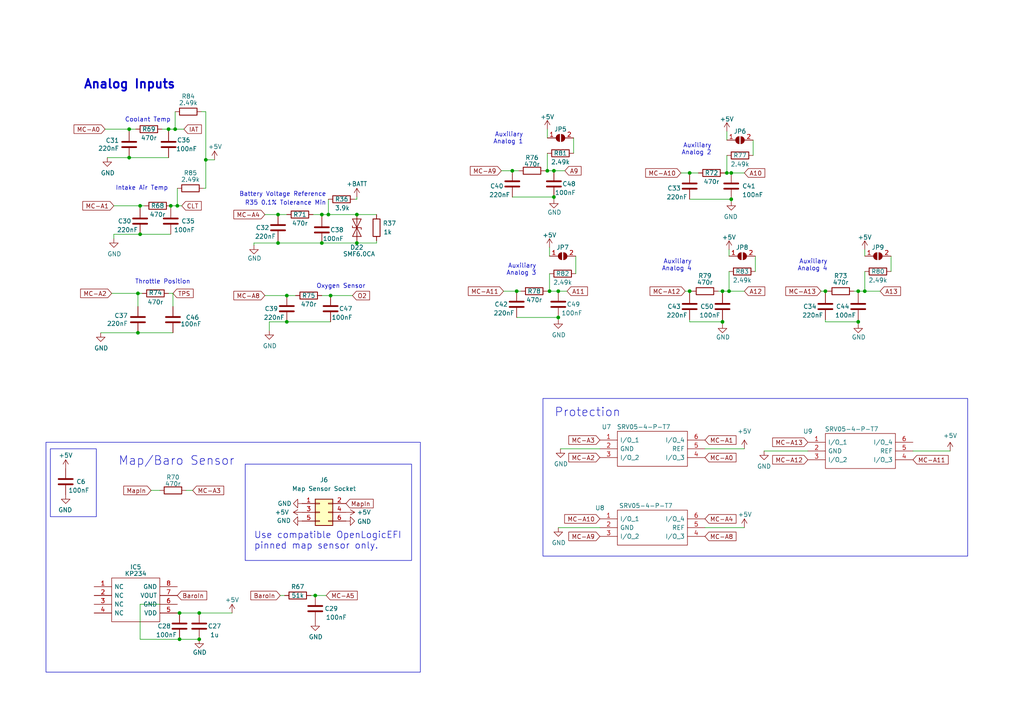
<source format=kicad_sch>
(kicad_sch (version 20231120) (generator "eeschema") (generator_version "8.0")
  (paper "A4")
  (title_block (title "Closed Deck X4") (date "2024-04-25") (rev "A") (company "OpenLogicEFI") (comment 1 "openlogicefi.com"))
  (lib_symbols
    (symbol "Connector_Generic:Conn_02x03_Odd_Even" (pin_names (offset 1.016) hide)
      (property "Reference" "J" (at 1.27 5.08 0))
      (property "Value" "Conn_02x03_Odd_Even" (at 1.27 -5.08 0))
      (symbol "Conn_02x03_Odd_Even_1_1"
        (rectangle (start -1.27 -2.413) (end 0 -2.667) (stroke (width 0.1524)))
        (rectangle (start -1.27 0.127) (end 0 -0.127) (stroke (width 0.1524)))
        (rectangle (start -1.27 2.667) (end 0 2.413) (stroke (width 0.1524)))
        (rectangle (start -1.27 3.81) (end 3.81 -3.81) (stroke (width 0.254)) (fill (type background)))
        (rectangle (start 3.81 -2.413) (end 2.54 -2.667) (stroke (width 0.1524)))
        (rectangle (start 3.81 0.127) (end 2.54 -0.127) (stroke (width 0.1524)))
        (rectangle (start 3.81 2.667) (end 2.54 2.413) (stroke (width 0.1524)))
        (pin passive line (at -5.08 2.54 0) (length 3.81) (name "Pin_1") (number "1"))
        (pin passive line (at 7.62 2.54 180) (length 3.81) (name "Pin_2") (number "2"))
        (pin passive line (at -5.08 0 0) (length 3.81) (name "Pin_3") (number "3"))
        (pin passive line (at 7.62 0 180) (length 3.81) (name "Pin_4") (number "4"))
        (pin passive line (at -5.08 -2.54 0) (length 3.81) (name "Pin_5") (number "5"))
        (pin passive line (at 7.62 -2.54 180) (length 3.81) (name "Pin_6") (number "6"))
      )
    )
    (symbol "Detonation:KP234" (pin_names (offset 0.762))
      (property "Reference" "IC4" (at 12.065 -13.97 0))
      (property "Value" "KP234" (at 12.065 -11.43 0))
      (symbol "KP234_0_0"
        (pin passive line (at 0 0 0) (length 5.08) (name "NC") (number "1"))
        (pin passive line (at 0 -2.54 0) (length 5.08) (name "NC") (number "2"))
        (pin passive line (at 0 -5.08 0) (length 5.08) (name "NC") (number "3"))
        (pin passive line (at 0 -7.62 0) (length 5.08) (name "NC") (number "4"))
        (pin passive line (at 24.13 -7.62 180) (length 5.08) (name "VDD") (number "5"))
        (pin passive line (at 24.13 -5.08 180) (length 5.08) (name "GND") (number "6"))
        (pin passive line (at 24.13 -2.54 180) (length 5.08) (name "VOUT") (number "7"))
        (pin passive line (at 24.13 0 180) (length 5.08) (name "GND") (number "8"))
      )
      (symbol "KP234_0_1"
        (polyline (pts (xy 5.08 2.54) (xy 19.05 2.54) (xy 19.05 -10.16) (xy 5.08 -10.16) (xy 5.08 2.54)) (stroke (width 0.1524)))
      )
    )
    (symbol "Device:C" (pin_numbers hide) (pin_names (offset 0.254))
      (property "Reference" "C" (at 0.635 2.54 0))
      (property "Value" "C" (at 0.635 -2.54 0))
      (symbol "C_0_1"
        (polyline (pts (xy -2.032 -0.762) (xy 2.032 -0.762)) (stroke (width 0.508)))
        (polyline (pts (xy -2.032 0.762) (xy 2.032 0.762)) (stroke (width 0.508)))
      )
      (symbol "C_1_1"
        (pin passive line (at 0 3.81 270) (length 2.794) (name "~") (number "1"))
        (pin passive line (at 0 -3.81 90) (length 2.794) (name "~") (number "2"))
      )
    )
    (symbol "Device:R" (pin_numbers hide) (pin_names (offset 0))
      (property "Reference" "R" (at 2.032 0 90))
      (property "Value" "R" (at 0 0 90))
      (symbol "R_0_1"
        (rectangle (start -1.016 -2.54) (end 1.016 2.54) (stroke (width 0.254)))
      )
      (symbol "R_1_1"
        (pin passive line (at 0 3.81 270) (length 1.27) (name "~") (number "1"))
        (pin passive line (at 0 -3.81 90) (length 1.27) (name "~") (number "2"))
      )
    )
    (symbol "Diode:SMAJ6.5CA" (pin_numbers hide) (pin_names (offset 1.016) hide)
      (property "Reference" "D" (at 0 2.54 0))
      (property "Value" "SMAJ6.5CA" (at 0 -2.54 0))
      (symbol "SMAJ6.5CA_0_1"
        (polyline (pts (xy 1.27 0) (xy -1.27 0)))
        (polyline (pts (xy -2.54 -1.27) (xy 0 0) (xy -2.54 1.27) (xy -2.54 -1.27)) (stroke (width 0.2032)))
        (polyline (pts (xy 0.508 1.27) (xy 0 1.27) (xy 0 -1.27) (xy -0.508 -1.27)) (stroke (width 0.2032)))
        (polyline (pts (xy 2.54 1.27) (xy 2.54 -1.27) (xy 0 0) (xy 2.54 1.27)) (stroke (width 0.2032)))
      )
      (symbol "SMAJ6.5CA_1_1"
        (pin passive line (at -3.81 0 0) (length 2.54) (name "A1") (number "1"))
        (pin passive line (at 3.81 0 180) (length 2.54) (name "A2") (number "2"))
      )
    )
    (symbol "Jumper:SolderJumper_2_Open" (pin_names (offset 0) hide)
      (property "Reference" "JP" (at 0 2.032 0))
      (property "Value" "SolderJumper_2_Open" (at 0 -2.54 0))
      (symbol "SolderJumper_2_Open_0_1"
        (arc (start -0.254 1.016) (mid -1.2656 0) (end -0.254 -1.016))
        (arc (start -0.254 1.016) (mid -1.2656 0) (end -0.254 -1.016) (fill (type outline)))
        (polyline (pts (xy -0.254 1.016) (xy -0.254 -1.016)))
        (polyline (pts (xy 0.254 1.016) (xy 0.254 -1.016)))
        (arc (start 0.254 -1.016) (mid 1.2656 0) (end 0.254 1.016))
        (arc (start 0.254 -1.016) (mid 1.2656 0) (end 0.254 1.016) (fill (type outline)))
      )
      (symbol "SolderJumper_2_Open_1_1"
        (pin passive line (at -3.81 0 0) (length 2.54) (name "A") (number "1"))
        (pin passive line (at 3.81 0 180) (length 2.54) (name "B") (number "2"))
      )
    )
    (symbol "Pre_Ignition-rescue:SRV05-4-P-T7-SRV05-4-P-T7-Pre_Ignition-rescue-Pre_Ignition-rescue-Pre_Ignition-rescue" (pin_names (offset 0.762))
      (property "Reference" "IC" (at 26.67 7.62 0))
      (property "Value" "SRV05-4-P-T7-SRV05-4-P-T7-Pre_Ignition-rescue-Pre_Ignition-rescue-Pre_Ignition-rescue" (at 26.67 5.08 0))
      (symbol "SRV05-4-P-T7-SRV05-4-P-T7-Pre_Ignition-rescue-Pre_Ignition-rescue-Pre_Ignition-rescue_0_0"
        (pin passive line (at 0 0 0) (length 5.08) (name "I/O_1") (number "1"))
        (pin passive line (at 0 -2.54 0) (length 5.08) (name "GND") (number "2"))
        (pin passive line (at 0 -5.08 0) (length 5.08) (name "I/O_2") (number "3"))
        (pin passive line (at 30.48 -5.08 180) (length 5.08) (name "I/O_3") (number "4"))
        (pin passive line (at 30.48 -2.54 180) (length 5.08) (name "REF") (number "5"))
        (pin passive line (at 30.48 0 180) (length 5.08) (name "I/O_4") (number "6"))
      )
      (symbol "SRV05-4-P-T7-SRV05-4-P-T7-Pre_Ignition-rescue-Pre_Ignition-rescue-Pre_Ignition-rescue_0_1"
        (polyline (pts (xy 5.08 2.54) (xy 25.4 2.54) (xy 25.4 -7.62) (xy 5.08 -7.62) (xy 5.08 2.54)) (stroke (width 0.1524)))
      )
    )
    (symbol "power:+5V" (power) (pin_names (offset 0))
      (property "Value" "+5V" (at 0 3.556 0))
      (symbol "+5V_0_1"
        (polyline (pts (xy -0.762 1.27) (xy 0 2.54)))
        (polyline (pts (xy 0 0) (xy 0 2.54)))
        (polyline (pts (xy 0 2.54) (xy 0.762 1.27)))
      )
      (symbol "+5V_1_1"
        (pin power_in line (at 0 0 90) (length 0) hide (name "+5V") (number "1"))
      )
    )
    (symbol "power:+BATT" (power) (pin_names (offset 0))
      (property "Value" "+BATT" (at 0 3.556 0))
      (symbol "+BATT_0_1"
        (polyline (pts (xy -0.762 1.27) (xy 0 2.54)))
        (polyline (pts (xy 0 0) (xy 0 2.54)))
        (polyline (pts (xy 0 2.54) (xy 0.762 1.27)))
      )
      (symbol "+BATT_1_1"
        (pin power_in line (at 0 0 90) (length 0) hide (name "+BATT") (number "1"))
      )
    )
    (symbol "power:GND" (power) (pin_names (offset 0))
      (property "Value" "GND" (at 0 -3.81 0))
      (symbol "GND_0_1"
        (polyline (pts (xy 0 0) (xy 0 -1.27) (xy 1.27 -1.27) (xy 0 -2.54) (xy -1.27 -1.27) (xy 0 -1.27)))
      )
      (symbol "GND_1_1"
        (pin power_in line (at 0 0 270) (length 0) hide (name "GND") (number "1"))
      )
    )
  )
  (junction (at 57.785 177.8))
  (junction (at 40.64 59.69))
  (junction (at 48.895 37.465))
  (junction (at 103.505 70.485))
  (junction (at 49.53 59.69))
  (junction (at 210.82 50.165))
  (junction (at 93.345 62.23))
  (junction (at 40.005 85.09))
  (junction (at 149.86 84.455))
  (junction (at 95.25 62.23))
  (junction (at 40.64 67.945))
  (junction (at 37.465 45.72))
  (junction (at 209.55 84.455))
  (junction (at 160.655 49.53))
  (junction (at 211.455 84.455))
  (junction (at 161.925 84.455))
  (junction (at 57.785 185.42))
  (junction (at 80.645 62.23))
  (junction (at 80.645 70.485))
  (junction (at 40.005 96.52))
  (junction (at 161.925 92.075))
  (junction (at 160.655 57.15))
  (junction (at 37.465 37.465))
  (junction (at 103.505 62.23))
  (junction (at 83.185 85.725))
  (junction (at 200.025 50.165))
  (junction (at 248.92 93.345))
  (junction (at 212.09 50.165))
  (junction (at 95.885 85.725))
  (junction (at 209.55 93.345))
  (junction (at 212.09 57.785))
  (junction (at 158.75 49.53))
  (junction (at 52.07 185.42))
  (junction (at 93.345 70.485))
  (junction (at 148.59 49.53))
  (junction (at 239.395 84.455))
  (junction (at 50.8 37.465))
  (junction (at 52.07 177.8))
  (junction (at 83.185 93.345))
  (junction (at 248.92 84.455))
  (junction (at 159.385 84.455))
  (junction (at 250.825 84.455))
  (junction (at 59.69 46.355))
  (junction (at 51.435 59.69))
  (junction (at 91.44 172.72))
  (junction (at 200.025 84.455))
  (wire (pts (xy 59.69 54.61) (xy 59.055 54.61)))
  (wire (pts (xy 59.69 46.355) (xy 59.69 54.61)))
  (wire (pts (xy 49.53 59.69) (xy 49.53 60.325)))
  (wire (pts (xy 209.55 85.09) (xy 209.55 84.455)))
  (wire (pts (xy 41.91 59.69) (xy 40.64 59.69)))
  (wire (pts (xy 37.465 37.465) (xy 30.48 37.465)))
  (wire (pts (xy 40.005 96.52) (xy 29.21 96.52)))
  (wire (pts (xy 50.165 96.52) (xy 40.005 96.52)))
  (wire (pts (xy 33.02 67.945) (xy 40.64 67.945)))
  (wire (pts (xy 166.37 40.005) (xy 166.37 44.45)))
  (wire (pts (xy 40.005 85.09) (xy 40.005 88.9)))
  (wire (pts (xy 55.88 142.24) (xy 53.975 142.24)))
  (wire (pts (xy 158.75 49.53) (xy 158.115 49.53)))
  (wire (pts (xy 43.815 142.24) (xy 46.355 142.24)))
  (wire (pts (xy 211.455 72.39) (xy 211.455 74.295)))
  (wire (pts (xy 212.09 50.165) (xy 210.82 50.165)))
  (wire (pts (xy 149.86 92.075) (xy 161.925 92.075)))
  (wire (pts (xy 40.005 85.09) (xy 32.385 85.09)))
  (wire (pts (xy 248.92 84.455) (xy 247.65 84.455)))
  (wire (pts (xy 250.825 78.74) (xy 250.825 84.455)))
  (wire (pts (xy 210.82 50.165) (xy 210.185 50.165)))
  (wire (pts (xy 163.83 49.53) (xy 160.655 49.53)))
  (wire (pts (xy 93.345 62.865) (xy 93.345 62.23)))
  (wire (pts (xy 31.115 45.72) (xy 37.465 45.72)))
  (wire (pts (xy 37.465 37.465) (xy 37.465 38.1)))
  (wire (pts (xy 103.505 57.785) (xy 102.87 57.785)))
  (wire (pts (xy 211.455 78.74) (xy 211.455 84.455)))
  (wire (pts (xy 93.345 62.23) (xy 90.805 62.23)))
  (wire (pts (xy 161.925 92.075) (xy 161.925 92.71)))
  (wire (pts (xy 103.505 69.85) (xy 103.505 70.485)))
  (wire (pts (xy 200.025 93.345) (xy 200.025 92.71)))
  (wire (pts (xy 221.615 130.81) (xy 234.315 130.81)))
  (wire (pts (xy 52.07 185.42) (xy 57.785 185.42)))
  (wire (pts (xy 159.385 79.375) (xy 159.385 84.455)))
  (wire (pts (xy 50.8 32.385) (xy 50.8 37.465)))
  (wire (pts (xy 158.75 44.45) (xy 158.75 49.53)))
  (wire (pts (xy 200.025 50.165) (xy 202.565 50.165)))
  (wire (pts (xy 51.435 54.61) (xy 51.435 59.69)))
  (wire (pts (xy 209.55 92.71) (xy 209.55 93.345)))
  (wire (pts (xy 239.395 84.455) (xy 238.125 84.455)))
  (wire (pts (xy 52.705 59.69) (xy 51.435 59.69)))
  (wire (pts (xy 40.64 59.69) (xy 33.02 59.69)))
  (wire (pts (xy 248.92 93.345) (xy 239.395 93.345)))
  (wire (pts (xy 40.64 185.42) (xy 52.07 185.42)))
  (wire (pts (xy 158.75 37.465) (xy 158.75 40.005)))
  (wire (pts (xy 148.59 57.15) (xy 160.655 57.15)))
  (wire (pts (xy 200.66 84.455) (xy 200.025 84.455)))
  (wire (pts (xy 146.05 84.455) (xy 149.86 84.455)))
  (wire (pts (xy 52.07 177.8) (xy 57.785 177.8)))
  (wire (pts (xy 91.44 172.72) (xy 94.615 172.72)))
  (wire (pts (xy 145.415 49.53) (xy 148.59 49.53)))
  (wire (pts (xy 250.825 72.39) (xy 250.825 74.295)))
  (wire (pts (xy 83.185 62.23) (xy 80.645 62.23)))
  (wire (pts (xy 85.725 85.725) (xy 83.185 85.725)))
  (wire (pts (xy 103.505 57.785) (xy 103.505 57.15)))
  (wire (pts (xy 160.655 57.15) (xy 160.655 57.785)))
  (wire (pts (xy 159.385 84.455) (xy 158.75 84.455)))
  (wire (pts (xy 212.09 57.785) (xy 212.09 58.42)))
  (wire (pts (xy 209.55 84.455) (xy 208.28 84.455)))
  (wire (pts (xy 81.28 172.72) (xy 82.55 172.72)))
  (wire (pts (xy 162.56 130.175) (xy 173.99 130.175)))
  (wire (pts (xy 73.66 70.485) (xy 73.66 71.12)))
  (wire (pts (xy 50.165 85.09) (xy 48.895 85.09)))
  (wire (pts (xy 250.825 84.455) (xy 255.27 84.455)))
  (wire (pts (xy 93.345 70.485) (xy 103.505 70.485)))
  (wire (pts (xy 239.395 93.345) (xy 239.395 92.71)))
  (wire (pts (xy 59.69 32.385) (xy 59.69 46.355)))
  (wire (pts (xy 51.435 175.26) (xy 40.64 175.26)))
  (wire (pts (xy 248.92 93.345) (xy 248.92 93.98)))
  (wire (pts (xy 200.025 84.455) (xy 198.755 84.455)))
  (wire (pts (xy 48.895 37.465) (xy 46.99 37.465)))
  (wire (pts (xy 164.465 84.455) (xy 161.925 84.455)))
  (wire (pts (xy 173.99 153.035) (xy 161.925 153.035)))
  (wire (pts (xy 80.645 62.23) (xy 76.835 62.23)))
  (wire (pts (xy 73.66 70.485) (xy 80.645 70.485)))
  (wire (pts (xy 210.82 45.085) (xy 210.82 50.165)))
  (wire (pts (xy 40.64 59.69) (xy 40.64 60.325)))
  (wire (pts (xy 200.025 57.785) (xy 212.09 57.785)))
  (wire (pts (xy 90.17 172.72) (xy 91.44 172.72)))
  (wire (pts (xy 102.235 85.725) (xy 95.885 85.725)))
  (wire (pts (xy 62.23 46.355) (xy 59.69 46.355)))
  (wire (pts (xy 211.455 84.455) (xy 215.9 84.455)))
  (wire (pts (xy 197.485 50.165) (xy 200.025 50.165)))
  (wire (pts (xy 103.505 70.485) (xy 109.22 70.485)))
  (wire (pts (xy 51.435 59.69) (xy 49.53 59.69)))
  (wire (pts (xy 215.9 130.175) (xy 204.47 130.175)))
  (wire (pts (xy 248.92 84.455) (xy 250.825 84.455)))
  (wire (pts (xy 204.47 153.035) (xy 215.9 153.035)))
  (wire (pts (xy 149.86 84.455) (xy 151.13 84.455)))
  (wire (pts (xy 161.925 84.455) (xy 159.385 84.455)))
  (wire (pts (xy 240.03 84.455) (xy 239.395 84.455)))
  (wire (pts (xy 239.395 85.09) (xy 239.395 84.455)))
  (wire (pts (xy 109.22 69.85) (xy 109.22 70.485)))
  (wire (pts (xy 49.53 67.945) (xy 40.64 67.945)))
  (wire (pts (xy 275.59 130.81) (xy 264.795 130.81)))
  (wire (pts (xy 200.025 85.09) (xy 200.025 84.455)))
  (wire (pts (xy 167.005 74.295) (xy 167.005 79.375)))
  (wire (pts (xy 209.55 93.345) (xy 209.55 93.98)))
  (wire (pts (xy 95.885 93.345) (xy 83.185 93.345)))
  (wire (pts (xy 83.185 93.345) (xy 78.105 93.345)))
  (wire (pts (xy 209.55 84.455) (xy 211.455 84.455)))
  (wire (pts (xy 51.435 177.8) (xy 52.07 177.8)))
  (wire (pts (xy 215.9 50.165) (xy 212.09 50.165)))
  (wire (pts (xy 210.82 38.1) (xy 210.82 40.64)))
  (wire (pts (xy 248.92 85.09) (xy 248.92 84.455)))
  (wire (pts (xy 41.275 85.09) (xy 40.005 85.09)))
  (wire (pts (xy 83.185 85.725) (xy 76.835 85.725)))
  (wire (pts (xy 159.385 71.755) (xy 159.385 74.295)))
  (wire (pts (xy 258.445 74.295) (xy 258.445 78.74)))
  (wire (pts (xy 93.345 62.23) (xy 95.25 62.23)))
  (wire (pts (xy 40.64 175.26) (xy 40.64 185.42)))
  (wire (pts (xy 39.37 37.465) (xy 37.465 37.465)))
  (wire (pts (xy 59.69 32.385) (xy 58.42 32.385)))
  (wire (pts (xy 95.885 85.725) (xy 93.345 85.725)))
  (wire (pts (xy 93.345 70.485) (xy 80.645 70.485)))
  (wire (pts (xy 218.44 40.64) (xy 218.44 45.085)))
  (wire (pts (xy 48.895 45.72) (xy 37.465 45.72)))
  (wire (pts (xy 57.785 177.8) (xy 67.31 177.8)))
  (wire (pts (xy 80.645 69.85) (xy 80.645 70.485)))
  (wire (pts (xy 103.505 62.23) (xy 109.22 62.23)))
  (wire (pts (xy 53.34 37.465) (xy 50.8 37.465)))
  (wire (pts (xy 50.8 37.465) (xy 48.895 37.465)))
  (wire (pts (xy 248.92 92.71) (xy 248.92 93.345)))
  (wire (pts (xy 48.895 37.465) (xy 48.895 38.1)))
  (wire (pts (xy 95.25 57.785) (xy 95.25 62.23)))
  (wire (pts (xy 209.55 93.345) (xy 200.025 93.345)))
  (wire (pts (xy 33.02 67.945) (xy 33.02 69.215)))
  (wire (pts (xy 95.25 62.23) (xy 103.505 62.23)))
  (wire (pts (xy 148.59 49.53) (xy 150.495 49.53)))
  (wire (pts (xy 50.165 85.09) (xy 50.165 88.9)))
  (wire (pts (xy 160.655 49.53) (xy 158.75 49.53)))
  (wire (pts (xy 219.075 74.295) (xy 219.075 78.74)))
  (wire (pts (xy 78.105 93.345) (xy 78.105 95.885)))
  (rectangle (start 13.335 128.27) (end 121.92 194.945))
  (rectangle (start 71.12 134.62) (end 119.38 162.56))
  (rectangle (start 157.48 115.57) (end 280.67 161.29))
  (rectangle (start 14.605 130.175) (end 27.94 149.86))
  (text "Analog Inputs" (at 24.13 26.035 0) (effects (font (size 2.54 2.54) (thickness 0.508) (bold yes)) (justify left bottom)))
  (text "Throttle Position" (at 55.245 82.55 0) (effects (font (size 1.27 1.27)) (justify right bottom)))
  (text "Auxiliary\nAnalog 2" (at 206.375 45.085 0) (effects (font (size 1.27 1.27)) (justify right bottom)))
  (text "Auxiliary\nAnalog 4" (at 200.66 78.74 0) (effects (font (size 1.27 1.27)) (justify right bottom)))
  (text "Auxiliary\nAnalog 1" (at 151.765 41.91 0) (effects (font (size 1.27 1.27)) (justify right bottom)))
  (text "R35 0.1% Tolerance Min" (at 94.615 59.69 0) (effects (font (size 1.27 1.27)) (justify right bottom)))
  (text "Oxygen Sensor" (at 106.045 83.82 0) (effects (font (size 1.27 1.27)) (justify right bottom)))
  (text "Map/Baro Sensor" (at 34.29 135.255 0) (effects (font (size 2.54 2.54)) (justify left bottom)))
  (text "Use compatible OpenLogicEFI \npinned map sensor only." (at 73.66 159.512 0) (effects (font (size 1.905 1.905)) (justify left bottom)))
  (text "Coolant Temp" (at 49.53 35.56 0) (effects (font (size 1.27 1.27)) (justify right bottom)))
  (text "Intake Air Temp" (at 48.768 55.372 0) (effects (font (size 1.27 1.27)) (justify right bottom)))
  (text "Battery Voltage Reference" (at 94.615 57.15 0) (effects (font (size 1.27 1.27)) (justify right bottom)))
  (text "Auxiliary\nAnalog 4" (at 240.03 78.74 0) (effects (font (size 1.27 1.27)) (justify right bottom)))
  (text "Protection" (at 160.782 121.158 0) (effects (font (size 2.4892 2.4892)) (justify left bottom)))
  (text "Auxiliary\nAnalog 3" (at 155.575 80.01 0) (effects (font (size 1.27 1.27)) (justify right bottom)))
  (global_label "MapIn" (shape input) (at 43.815 142.24 180) (property "Intersheetrefs" "${INTERSHEET_REFS}" (effects (hide yes))))
  (global_label "A11" (shape input) (at 164.465 84.455 0) (property "Intersheetrefs" "${INTERSHEET_REFS}" (effects (hide yes))))
  (global_label "A12" (shape input) (at 215.9 84.455 0) (property "Intersheetrefs" "${INTERSHEET_REFS}" (effects (hide yes))))
  (global_label "MC-A3" (shape input) (at 173.99 127.635 180) (property "Intersheetrefs" "${INTERSHEET_REFS}" (effects (hide yes))))
  (global_label "BaroIn" (shape input) (at 81.28 172.72 180) (property "Intersheetrefs" "${INTERSHEET_REFS}" (effects (hide yes))))
  (global_label "MC-A12" (shape input) (at 234.315 133.35 180) (property "Intersheetrefs" "${INTERSHEET_REFS}" (effects (hide yes))))
  (global_label "MC-A2" (shape input) (at 173.99 132.715 180) (property "Intersheetrefs" "${INTERSHEET_REFS}" (effects (hide yes))))
  (global_label "MC-A4" (shape input) (at 76.835 62.23 180) (property "Intersheetrefs" "${INTERSHEET_REFS}" (effects (hide yes))))
  (global_label "MC-A13" (shape input) (at 238.125 84.455 180) (property "Intersheetrefs" "${INTERSHEET_REFS}" (effects (hide yes))))
  (global_label "MC-A10" (shape input) (at 173.99 150.495 180) (property "Intersheetrefs" "${INTERSHEET_REFS}" (effects (hide yes))))
  (global_label "MC-A4" (shape input) (at 204.47 150.495 0) (property "Intersheetrefs" "${INTERSHEET_REFS}" (effects (hide yes))))
  (global_label "MC-A3" (shape input) (at 55.88 142.24 0) (property "Intersheetrefs" "${INTERSHEET_REFS}" (effects (hide yes))))
  (global_label "TPS" (shape input) (at 50.165 85.09 0) (property "Intersheetrefs" "${INTERSHEET_REFS}" (effects (hide yes))))
  (global_label "MC-A0" (shape input) (at 204.47 132.715 0) (property "Intersheetrefs" "${INTERSHEET_REFS}" (effects (hide yes))))
  (global_label "MC-A0" (shape input) (at 30.48 37.465 180) (property "Intersheetrefs" "${INTERSHEET_REFS}" (effects (hide yes))))
  (global_label "MapIn" (shape input) (at 100.33 146.05 0) (property "Intersheetrefs" "${INTERSHEET_REFS}" (effects (hide yes))))
  (global_label "MC-A2" (shape input) (at 32.385 85.09 180) (property "Intersheetrefs" "${INTERSHEET_REFS}" (effects (hide yes))))
  (global_label "A13" (shape input) (at 255.27 84.455 0) (property "Intersheetrefs" "${INTERSHEET_REFS}" (effects (hide yes))))
  (global_label "MC-A13" (shape input) (at 234.315 128.27 180) (property "Intersheetrefs" "${INTERSHEET_REFS}" (effects (hide yes))))
  (global_label "CLT" (shape input) (at 52.705 59.69 0) (property "Intersheetrefs" "${INTERSHEET_REFS}" (effects (hide yes))))
  (global_label "MC-A8" (shape input) (at 204.47 155.575 0) (property "Intersheetrefs" "${INTERSHEET_REFS}" (effects (hide yes))))
  (global_label "MC-A11" (shape input) (at 146.05 84.455 180) (property "Intersheetrefs" "${INTERSHEET_REFS}" (effects (hide yes))))
  (global_label "O2" (shape input) (at 102.235 85.725 0) (property "Intersheetrefs" "${INTERSHEET_REFS}" (effects (hide yes))))
  (global_label "MC-A5" (shape input) (at 94.615 172.72 0) (property "Intersheetrefs" "${INTERSHEET_REFS}" (effects (hide yes))))
  (global_label "MC-A12" (shape input) (at 198.755 84.455 180) (property "Intersheetrefs" "${INTERSHEET_REFS}" (effects (hide yes))))
  (global_label "BaroIn" (shape input) (at 51.435 172.72 0) (property "Intersheetrefs" "${INTERSHEET_REFS}" (effects (hide yes))))
  (global_label "MC-A8" (shape input) (at 76.835 85.725 180) (property "Intersheetrefs" "${INTERSHEET_REFS}" (effects (hide yes))))
  (global_label "A10" (shape input) (at 215.9 50.165 0) (property "Intersheetrefs" "${INTERSHEET_REFS}" (effects (hide yes))))
  (global_label "MC-A9" (shape input) (at 145.415 49.53 180) (property "Intersheetrefs" "${INTERSHEET_REFS}" (effects (hide yes))))
  (global_label "MC-A1" (shape input) (at 33.02 59.69 180) (property "Intersheetrefs" "${INTERSHEET_REFS}" (effects (hide yes))))
  (global_label "MC-A9" (shape input) (at 173.99 155.575 180) (property "Intersheetrefs" "${INTERSHEET_REFS}" (effects (hide yes))))
  (global_label "MC-A11" (shape input) (at 264.795 133.35 0) (property "Intersheetrefs" "${INTERSHEET_REFS}" (effects (hide yes))))
  (global_label "MC-A1" (shape input) (at 204.47 127.635 0) (property "Intersheetrefs" "${INTERSHEET_REFS}" (effects (hide yes))))
  (global_label "A9" (shape input) (at 163.83 49.53 0) (property "Intersheetrefs" "${INTERSHEET_REFS}" (effects (hide yes))))
  (global_label "IAT" (shape input) (at 53.34 37.465 0) (property "Intersheetrefs" "${INTERSHEET_REFS}" (effects (hide yes))))
  (global_label "MC-A10" (shape input) (at 197.485 50.165 180) (property "Intersheetrefs" "${INTERSHEET_REFS}" (effects (hide yes))))
  (symbol (lib_id "Device:R") (at 45.085 85.09 90) (mirror x) (unit 1)
    (property "Reference" "R74" (at 45.085 84.9122 90))
    (property "Value" "470r" (at 45.085 87.63 90))
    (property "Footprint" "Resistor_SMD:R_0402_1005Metric" (effects (hide yes)))
    (property "Description" "Resistor" (effects (hide yes)))
    (property "LCSC" "C25117" (effects (hide yes)))
    (property "Manufacture Part Number" "0402WGF4700TCE" (effects (hide yes)))
  )
  (symbol (lib_id "Device:C") (at 50.165 92.71 0) (mirror y) (unit 1)
    (property "Reference" "C46" (at 57.785 92.075 0) (effects (justify left)))
    (property "Value" "100nF" (at 58.42 93.98 0) (effects (justify left)))
    (property "Footprint" "Capacitor_SMD:C_0402_1005Metric" (effects (hide yes)))
    (property "Description" "Unpolarized capacitor" (effects (hide yes)))
    (property "LCSC" "C307331" (effects (hide yes)))
  )
  (symbol (lib_id "Device:C") (at 40.005 92.71 0) (mirror y) (unit 1)
    (property "Reference" "C37" (at 37.084 91.5416 0) (effects (justify left)))
    (property "Value" "220nF" (at 37.084 93.853 0) (effects (justify left)))
    (property "Footprint" "Capacitor_SMD:C_0402_1005Metric" (effects (hide yes)))
    (property "Description" "Unpolarized capacitor" (effects (hide yes)))
    (property "LCSC" "C16772" (effects (hide yes)))
  )
  (symbol (lib_id "power:GND") (at 29.21 96.52 0) (mirror y) (unit 1)
    (property "Reference" "#PWR0108" (effects (hide yes)))
    (property "Value" "GND" (at 27.305 100.965 0) (effects (justify right)))
  )
  (symbol (lib_id "Device:R") (at 89.535 85.725 90) (mirror x) (unit 1)
    (property "Reference" "R75" (at 89.535 85.725 90))
    (property "Value" "470r" (at 89.535 88.265 90))
    (property "Footprint" "Resistor_SMD:R_0402_1005Metric" (effects (hide yes)))
    (property "Description" "Resistor" (effects (hide yes)))
    (property "LCSC" "C25117" (effects (hide yes)))
    (property "Manufacture Part Number" "0402WGF4700TCE" (effects (hide yes)))
  )
  (symbol (lib_id "Device:C") (at 95.885 89.535 0) (mirror y) (unit 1)
    (property "Reference" "C47" (at 102.235 89.535 0) (effects (justify left)))
    (property "Value" "100nF" (at 102.235 92.075 0) (effects (justify left)))
    (property "Footprint" "Capacitor_SMD:C_0402_1005Metric" (effects (hide yes)))
    (property "Description" "Unpolarized capacitor" (effects (hide yes)))
    (property "LCSC" "C307331" (effects (hide yes)))
  )
  (symbol (lib_id "Device:C") (at 83.185 89.535 0) (mirror y) (unit 1)
    (property "Reference" "C39" (at 80.645 89.535 0) (effects (justify left)))
    (property "Value" "220nF" (at 82.55 92.075 0) (effects (justify left)))
    (property "Footprint" "Capacitor_SMD:C_0402_1005Metric" (effects (hide yes)))
    (property "Description" "Unpolarized capacitor" (effects (hide yes)))
    (property "LCSC" "C16772" (effects (hide yes)))
  )
  (symbol (lib_id "power:GND") (at 78.105 95.885 0) (mirror y) (unit 1)
    (property "Reference" "#PWR0109" (effects (hide yes)))
    (property "Value" "GND" (at 76.2 100.33 0) (effects (justify right)))
  )
  (symbol (lib_id "Device:R") (at 43.18 37.465 90) (mirror x) (unit 1)
    (property "Reference" "R69" (at 43.18 37.465 90))
    (property "Value" "470r" (at 43.18 40.005 90))
    (property "Footprint" "Resistor_SMD:R_0402_1005Metric" (effects (hide yes)))
    (property "Description" "Resistor" (effects (hide yes)))
    (property "LCSC" "C25117" (effects (hide yes)))
    (property "Manufacture Part Number" "0402WGF4700TCE" (effects (hide yes)))
  )
  (symbol (lib_id "Device:C") (at 48.895 41.91 0) (mirror y) (unit 1)
    (property "Reference" "C36" (at 55.245 40.64 0) (effects (justify left)))
    (property "Value" "100nF" (at 57.15 43.18 0) (effects (justify left)))
    (property "Footprint" "Capacitor_SMD:C_0402_1005Metric" (effects (hide yes)))
    (property "Description" "Unpolarized capacitor" (effects (hide yes)))
    (property "LCSC" "C307331" (effects (hide yes)))
  )
  (symbol (lib_id "Device:C") (at 37.465 41.91 0) (mirror y) (unit 1)
    (property "Reference" "C31" (at 34.544 40.7416 0) (effects (justify left)))
    (property "Value" "220nF" (at 34.544 43.053 0) (effects (justify left)))
    (property "Footprint" "Capacitor_SMD:C_0402_1005Metric" (effects (hide yes)))
    (property "Description" "Unpolarized capacitor" (effects (hide yes)))
    (property "LCSC" "C16772" (effects (hide yes)))
  )
  (symbol (lib_id "power:GND") (at 31.115 45.72 0) (mirror y) (unit 1)
    (property "Reference" "#PWR0102" (effects (hide yes)))
    (property "Value" "GND" (at 29.21 50.165 0) (effects (justify right)))
  )
  (symbol (lib_id "Device:R") (at 45.72 59.69 90) (mirror x) (unit 1)
    (property "Reference" "R68" (at 45.72 59.69 90))
    (property "Value" "470r" (at 45.72 62.23 90))
    (property "Footprint" "Resistor_SMD:R_0402_1005Metric" (effects (hide yes)))
    (property "Description" "Resistor" (effects (hide yes)))
    (property "LCSC" "C25117" (effects (hide yes)))
    (property "Manufacture Part Number" "0402WGF4700TCE" (effects (hide yes)))
  )
  (symbol (lib_id "Device:C") (at 49.53 64.135 0) (mirror y) (unit 1)
    (property "Reference" "C35" (at 56.515 64.135 0) (effects (justify left)))
    (property "Value" "100nF" (at 56.515 66.675 0) (effects (justify left)))
    (property "Footprint" "Capacitor_SMD:C_0402_1005Metric" (effects (hide yes)))
    (property "Description" "Unpolarized capacitor" (effects (hide yes)))
    (property "LCSC" "C307331" (effects (hide yes)))
  )
  (symbol (lib_id "Device:C") (at 40.64 64.135 0) (mirror y) (unit 1)
    (property "Reference" "C30" (at 38.1 64.135 0) (effects (justify left)))
    (property "Value" "220nF" (at 40.005 66.675 0) (effects (justify left)))
    (property "Footprint" "Capacitor_SMD:C_0402_1005Metric" (effects (hide yes)))
    (property "Description" "Unpolarized capacitor" (effects (hide yes)))
    (property "LCSC" "C16772" (effects (hide yes)))
  )
  (symbol (lib_id "power:GND") (at 33.02 69.215 0) (mirror y) (unit 1)
    (property "Reference" "#PWR0101" (effects (hide yes)))
    (property "Value" "GND" (at 31.115 73.66 0) (effects (justify right)))
  )
  (symbol (lib_id "Device:R") (at 154.305 49.53 90) (mirror x) (unit 1)
    (property "Reference" "R76" (at 154.305 45.72 90))
    (property "Value" "470r" (at 154.305 47.625 90))
    (property "Footprint" "Resistor_SMD:R_0402_1005Metric" (effects (hide yes)))
    (property "Description" "Resistor" (effects (hide yes)))
    (property "LCSC" "C25117" (effects (hide yes)))
    (property "Manufacture Part Number" "0402WGF4700TCE" (effects (hide yes)))
  )
  (symbol (lib_id "Device:C") (at 160.655 53.34 0) (mirror y) (unit 1)
    (property "Reference" "C48" (at 167.005 53.34 0) (effects (justify left)))
    (property "Value" "100nF" (at 167.005 55.88 0) (effects (justify left)))
    (property "Footprint" "Capacitor_SMD:C_0402_1005Metric" (effects (hide yes)))
    (property "Description" "Unpolarized capacitor" (effects (hide yes)))
    (property "LCSC" "C307331" (effects (hide yes)))
  )
  (symbol (lib_id "power:GND") (at 160.655 57.785 0) (mirror y) (unit 1)
    (property "Reference" "#PWR093" (effects (hide yes)))
    (property "Value" "GND" (at 158.75 61.595 0) (effects (justify right)))
  )
  (symbol (lib_id "Device:R") (at 206.375 50.165 90) (mirror x) (unit 1)
    (property "Reference" "R72" (at 206.375 50.165 90))
    (property "Value" "470r" (at 206.375 52.705 90))
    (property "Footprint" "Resistor_SMD:R_0402_1005Metric" (effects (hide yes)))
    (property "Description" "Resistor" (effects (hide yes)))
    (property "LCSC" "C25117" (effects (hide yes)))
    (property "Manufacture Part Number" "0402WGF4700TCE" (effects (hide yes)))
  )
  (symbol (lib_id "Device:C") (at 212.09 53.975 0) (unit 1)
    (property "Reference" "C41" (at 215.265 53.975 0) (effects (justify left)))
    (property "Value" "100nF" (at 215.265 56.515 0) (effects (justify left)))
    (property "Footprint" "Capacitor_SMD:C_0402_1005Metric" (effects (hide yes)))
    (property "Description" "Unpolarized capacitor" (effects (hide yes)))
    (property "LCSC" "C307331" (effects (hide yes)))
  )
  (symbol (lib_id "power:GND") (at 212.09 58.42 0) (unit 1)
    (property "Reference" "#PWR092" (effects (hide yes)))
    (property "Value" "GND" (at 213.995 62.865 0) (effects (justify right)))
  )
  (symbol (lib_id "power:GND") (at 73.66 71.12 0) (mirror y) (unit 1)
    (property "Reference" "#PWR077" (effects (hide yes)))
    (property "Value" "GND" (at 71.755 74.93 0) (effects (justify right)))
  )
  (symbol (lib_id "Device:C") (at 80.645 66.04 0) (mirror y) (unit 1)
    (property "Reference" "C32" (at 78.105 66.04 0) (effects (justify left)))
    (property "Value" "220nF" (at 80.01 68.58 0) (effects (justify left)))
    (property "Footprint" "Capacitor_SMD:C_0402_1005Metric" (effects (hide yes)))
    (property "Description" "Unpolarized capacitor" (effects (hide yes)))
    (property "LCSC" "C16772" (effects (hide yes)))
  )
  (symbol (lib_id "Device:C") (at 93.345 66.675 0) (mirror y) (unit 1)
    (property "Reference" "C38" (at 99.695 66.675 0) (effects (justify left)))
    (property "Value" "100nF" (at 99.695 69.215 0) (effects (justify left)))
    (property "Footprint" "Capacitor_SMD:C_0402_1005Metric" (effects (hide yes)))
    (property "Description" "Unpolarized capacitor" (effects (hide yes)))
    (property "LCSC" "C307331" (effects (hide yes)))
  )
  (symbol (lib_id "Device:R") (at 86.995 62.23 90) (mirror x) (unit 1)
    (property "Reference" "R71" (at 86.995 62.23 90))
    (property "Value" "470r" (at 86.995 64.77 90))
    (property "Footprint" "Resistor_SMD:R_0402_1005Metric" (effects (hide yes)))
    (property "Description" "Resistor" (effects (hide yes)))
    (property "LCSC" "C25117" (effects (hide yes)))
    (property "Manufacture Part Number" "0402WGF4700TCE" (effects (hide yes)))
  )
  (symbol (lib_id "Device:R") (at 99.06 57.785 90) (mirror x) (unit 1)
    (property "Reference" "R36" (at 97.155 57.785 90) (effects (justify right)))
    (property "Value" "3.9k" (at 97.155 60.325 90) (effects (justify right)))
    (property "Footprint" "Resistor_SMD:R_0603_1608Metric" (effects (hide yes)))
    (property "Description" "Resistor" (effects (hide yes)))
    (property "LCSC" "C23018" (effects (hide yes)))
    (property "Manufacture Part Number" "0603WAF3901T5E" (effects (hide yes)))
  )
  (symbol (lib_id "Device:R") (at 109.22 66.04 0) (mirror x) (unit 1)
    (property "Reference" "R37" (at 114.935 64.77 0) (effects (justify right)))
    (property "Value" "1k" (at 113.665 67.31 0) (effects (justify right)))
    (property "Footprint" "Resistor_SMD:R_0402_1005Metric" (effects (hide yes)))
    (property "Description" "Resistor" (effects (hide yes)))
    (property "LCSC" "C11702" (effects (hide yes)))
    (property "Manufacture Part Number" "0402WGF1001TCE" (effects (hide yes)))
  )
  (symbol (lib_id "power:+BATT") (at 103.505 57.15 0) (mirror y) (unit 1)
    (property "Reference" "#PWR074" (effects (hide yes)))
    (property "Value" "+BATT" (at 103.505 53.34 0))
  )
  (symbol (lib_id "Pre_Ignition-rescue:SRV05-4-P-T7-SRV05-4-P-T7-Pre_Ignition-rescue-Pre_Ignition-rescue-Pre_Ignition-rescue") (at 173.99 127.635 0) (unit 1)
    (property "Reference" "U7" (at 175.895 123.825 0))
    (property "Value" "SRV05-4-P-T7" (at 186.69 123.825 0))
    (property "Footprint" "Package_TO_SOT_SMD:SOT-23-6" (effects (hide yes)))
    (property "LCSC" "C85364" (effects (hide yes)))
  )
  (symbol (lib_id "Pre_Ignition-rescue:SRV05-4-P-T7-SRV05-4-P-T7-Pre_Ignition-rescue-Pre_Ignition-rescue-Pre_Ignition-rescue") (at 173.99 150.495 0) (unit 1)
    (property "Reference" "U8" (at 173.99 147.32 0))
    (property "Value" "SRV05-4-P-T7" (at 187.325 146.685 0))
    (property "Footprint" "Package_TO_SOT_SMD:SOT-23-6" (effects (hide yes)))
    (property "LCSC" "C85364" (effects (hide yes)))
  )
  (symbol (lib_id "power:GND") (at 162.56 130.175 0) (unit 1)
    (property "Reference" "#PWR096" (effects (hide yes)))
    (property "Value" "GND" (at 162.687 134.5692 0))
  )
  (symbol (lib_id "power:GND") (at 161.925 153.035 0) (unit 1)
    (property "Reference" "#PWR097" (effects (hide yes)))
    (property "Value" "GND" (at 162.052 157.4292 0))
  )
  (symbol (lib_id "Device:C") (at 148.59 53.34 0) (mirror y) (unit 1)
    (property "Reference" "C40" (at 146.05 53.975 0) (effects (justify left)))
    (property "Value" "220nF" (at 147.955 56.515 0) (effects (justify left)))
    (property "Footprint" "Capacitor_SMD:C_0402_1005Metric" (effects (hide yes)))
    (property "Description" "Unpolarized capacitor" (effects (hide yes)))
    (property "LCSC" "C16772" (effects (hide yes)))
  )
  (symbol (lib_id "power:GND") (at 87.63 151.13 270) (mirror x) (unit 1)
    (property "Reference" "#PWR019" (effects (hide yes)))
    (property "Value" "GND" (at 84.3788 151.003 90) (effects (justify right)))
  )
  (symbol (lib_id "Device:R") (at 254.635 78.74 270) (mirror x) (unit 1)
    (property "Reference" "R80" (at 254.635 78.74 90))
    (property "Value" "2.49k" (at 254.635 81.28 90))
    (property "Footprint" "Resistor_SMD:R_0402_1005Metric" (effects (hide yes)))
    (property "Description" "Resistor" (effects (hide yes)))
    (property "LCSC" "C145071" (effects (hide yes)))
    (property "Manufacture Part Number" "RC0402FR-072K49L" (effects (hide yes)))
  )
  (symbol (lib_id "power:+5V") (at 215.9 153.035 0) (unit 1)
    (property "Reference" "#PWR0100" (effects (hide yes)))
    (property "Value" "+5V" (at 213.995 149.225 0) (effects (justify left)))
  )
  (symbol (lib_id "Device:R") (at 204.47 84.455 90) (mirror x) (unit 1)
    (property "Reference" "R79" (at 204.47 80.01 90))
    (property "Value" "470r" (at 204.47 81.915 90))
    (property "Footprint" "Resistor_SMD:R_0402_1005Metric" (effects (hide yes)))
    (property "Description" "Resistor" (effects (hide yes)))
    (property "LCSC" "C25117" (effects (hide yes)))
    (property "Manufacture Part Number" "0402WGF4700TCE" (effects (hide yes)))
  )
  (symbol (lib_id "Device:R") (at 243.84 84.455 90) (mirror x) (unit 1)
    (property "Reference" "R73" (at 243.84 80.01 90))
    (property "Value" "470r" (at 243.84 81.915 90))
    (property "Footprint" "Resistor_SMD:R_0402_1005Metric" (effects (hide yes)))
    (property "Description" "Resistor" (effects (hide yes)))
    (property "LCSC" "C25117" (effects (hide yes)))
    (property "Manufacture Part Number" "0402WGF4700TCE" (effects (hide yes)))
  )
  (symbol (lib_id "power:+5V") (at 158.75 37.465 0) (mirror y) (unit 1)
    (property "Reference" "#PWR0103" (effects (hide yes)))
    (property "Value" "+5V" (at 160.782 33.909 0) (effects (justify left)))
  )
  (symbol (lib_id "power:+5V") (at 215.9 130.175 0) (unit 1)
    (property "Reference" "#PWR099" (effects (hide yes)))
    (property "Value" "+5V" (at 215.9 125.095 0))
  )
  (symbol (lib_id "power:GND") (at 100.33 151.13 90) (mirror x) (unit 1)
    (property "Reference" "#PWR0154" (effects (hide yes)))
    (property "Value" "GND" (at 103.5812 151.257 90) (effects (justify right)))
  )
  (symbol (lib_id "power:GND") (at 209.55 93.98 0) (mirror y) (unit 1)
    (property "Reference" "#PWR017" (effects (hide yes)))
    (property "Value" "GND" (at 207.645 97.79 0) (effects (justify right)))
  )
  (symbol (lib_id "Diode:SMAJ6.5CA") (at 103.505 66.04 270) (unit 1)
    (property "Reference" "D22" (at 103.505 71.755 90))
    (property "Value" "SMF6.0CA" (at 104.14 73.66 90))
    (property "Footprint" "Diode_SMD:D_SOD-123F" (effects (hide yes)))
    (property "Description" "400W bidirectional Transient Voltage Suppressor, 6.5Vr, SMA(DO-214AC)" (effects (hide yes)))
    (property "LCSC" "C2990473" (effects (hide yes)))
  )
  (symbol (lib_id "Device:C") (at 91.44 176.53 0) (mirror y) (unit 1)
    (property "Reference" "C29" (at 98.044 176.53 0) (effects (justify left)))
    (property "Value" "100nF" (at 100.584 179.07 0) (effects (justify left)))
    (property "Footprint" "Capacitor_SMD:C_0402_1005Metric" (effects (hide yes)))
    (property "Description" "Unpolarized capacitor" (effects (hide yes)))
    (property "LCSC" "C307331" (effects (hide yes)))
    (property "Manufacture Part Number" "CL05B104KB54PNC" (effects (hide yes)))
  )
  (symbol (lib_id "power:GND") (at 248.92 93.98 0) (mirror y) (unit 1)
    (property "Reference" "#PWR040" (effects (hide yes)))
    (property "Value" "GND" (at 247.015 97.79 0) (effects (justify right)))
  )
  (symbol (lib_id "power:GND") (at 161.925 92.71 0) (mirror y) (unit 1)
    (property "Reference" "#PWR070" (effects (hide yes)))
    (property "Value" "GND" (at 160.02 97.155 0) (effects (justify right)))
  )
  (symbol (lib_id "Device:C") (at 52.07 181.61 0) (unit 1)
    (property "Reference" "C28" (at 47.625 181.61 0))
    (property "Value" "100nF" (at 48.26 184.15 0))
    (property "Footprint" "Capacitor_SMD:C_0402_1005Metric" (effects (hide yes)))
    (property "Description" "Unpolarized capacitor" (effects (hide yes)))
    (property "LCSC" "C307331" (effects (hide yes)))
  )
  (symbol (lib_id "Pre_Ignition-rescue:SRV05-4-P-T7-SRV05-4-P-T7-Pre_Ignition-rescue-Pre_Ignition-rescue-Pre_Ignition-rescue") (at 234.315 128.27 0) (unit 1)
    (property "Reference" "U9" (at 234.315 125.095 0))
    (property "Value" "SRV05-4-P-T7" (at 247.015 124.46 0))
    (property "Footprint" "Package_TO_SOT_SMD:SOT-23-6" (effects (hide yes)))
    (property "LCSC" "C85364" (effects (hide yes)))
  )
  (symbol (lib_id "power:+5V") (at 19.05 135.89 0) (unit 1)
    (property "Reference" "#PWR04" (effects (hide yes)))
    (property "Value" "+5V" (at 19.05 132.08 0))
  )
  (symbol (lib_id "power:+5V") (at 211.455 72.39 0) (mirror y) (unit 1)
    (property "Reference" "#PWR051" (effects (hide yes)))
    (property "Value" "+5V" (at 213.487 68.834 0) (effects (justify left)))
  )
  (symbol (lib_id "power:+5V") (at 67.31 177.8 0) (unit 1)
    (property "Reference" "#PWR0149" (effects (hide yes)))
    (property "Value" "+5V" (at 67.31 173.99 0))
  )
  (symbol (lib_id "Device:R") (at 163.195 79.375 270) (mirror x) (unit 1)
    (property "Reference" "R82" (at 163.195 79.375 90))
    (property "Value" "2.49k" (at 163.195 81.915 90))
    (property "Footprint" "Resistor_SMD:R_0402_1005Metric" (effects (hide yes)))
    (property "Description" "Resistor" (effects (hide yes)))
    (property "LCSC" "C145071" (effects (hide yes)))
    (property "Manufacture Part Number" "RC0402FR-072K49L" (effects (hide yes)))
  )
  (symbol (lib_id "Device:C") (at 248.92 88.9 0) (mirror y) (unit 1)
    (property "Reference" "C44" (at 246.38 88.9 0) (effects (justify left)))
    (property "Value" "100nF" (at 248.285 91.44 0) (effects (justify left)))
    (property "Footprint" "Capacitor_SMD:C_0402_1005Metric" (effects (hide yes)))
    (property "Description" "Unpolarized capacitor" (effects (hide yes)))
    (property "LCSC" "C307331" (effects (hide yes)))
  )
  (symbol (lib_id "Device:C") (at 200.025 53.975 0) (mirror y) (unit 1)
    (property "Reference" "C33" (at 197.485 54.61 0) (effects (justify left)))
    (property "Value" "220nF" (at 199.39 57.15 0) (effects (justify left)))
    (property "Footprint" "Capacitor_SMD:C_0402_1005Metric" (effects (hide yes)))
    (property "Description" "Unpolarized capacitor" (effects (hide yes)))
    (property "LCSC" "C16772" (effects (hide yes)))
  )
  (symbol (lib_id "Device:C") (at 57.785 181.61 0) (unit 1)
    (property "Reference" "C27" (at 62.23 181.61 0))
    (property "Value" "1u" (at 62.23 184.15 0))
    (property "Footprint" "Capacitor_SMD:C_0402_1005Metric" (effects (hide yes)))
    (property "Description" "Unpolarized capacitor" (effects (hide yes)))
    (property "LCSC" "C52923" (effects (hide yes)))
  )
  (symbol (lib_id "Device:C") (at 239.395 88.9 0) (mirror y) (unit 1)
    (property "Reference" "C34" (at 236.855 88.9 0) (effects (justify left)))
    (property "Value" "220nF" (at 238.76 91.44 0) (effects (justify left)))
    (property "Footprint" "Capacitor_SMD:C_0402_1005Metric" (effects (hide yes)))
    (property "Description" "Unpolarized capacitor" (effects (hide yes)))
    (property "LCSC" "C16772" (effects (hide yes)))
  )
  (symbol (lib_id "Jumper:SolderJumper_2_Open") (at 214.63 40.64 0) (unit 1) (exclude_from_sim yes) (in_bom no)
    (property "Reference" "JP6" (at 214.63 38.1 0))
    (property "Value" "SolderJumper_2_Open" (effects (hide yes)))
    (property "Footprint" "Jumper:SolderJumper-2_P1.3mm_Open_RoundedPad1.0x1.5mm" (effects (hide yes)))
    (property "Description" "Solder Jumper, 2-pole, open" (effects (hide yes)))
  )
  (symbol (lib_id "Jumper:SolderJumper_2_Open") (at 254.635 74.295 0) (unit 1) (exclude_from_sim yes) (in_bom no)
    (property "Reference" "JP9" (at 254.635 71.755 0))
    (property "Value" "SolderJumper_2_Open" (effects (hide yes)))
    (property "Footprint" "Jumper:SolderJumper-2_P1.3mm_Open_RoundedPad1.0x1.5mm" (effects (hide yes)))
    (property "Description" "Solder Jumper, 2-pole, open" (effects (hide yes)))
  )
  (symbol (lib_id "Device:R") (at 55.245 54.61 270) (mirror x) (unit 1)
    (property "Reference" "R85" (at 55.245 50.165 90))
    (property "Value" "2.49k" (at 55.245 52.07 90))
    (property "Footprint" "Resistor_SMD:R_0402_1005Metric" (effects (hide yes)))
    (property "Description" "Resistor" (effects (hide yes)))
    (property "LCSC" "C145071" (effects (hide yes)))
    (property "Manufacture Part Number" "RC0402FR-072K49L" (effects (hide yes)))
  )
  (symbol (lib_id "Detonation:KP234") (at 27.305 170.18 0) (unit 1)
    (property "Reference" "IC5" (at 39.37 164.465 0))
    (property "Value" "KP234" (at 39.37 166.37 0))
    (property "Footprint" "Detonation:KP234-Handsoldering" (effects (hide yes)))
    (property "Description" "Barometric Pressure Sensor, 115 kPa, 1150 mbar 0.1  4.85 V Output, 8-Pin DSOF" (effects (hide yes)))
    (property "Height" "2.9" (effects (hide yes)))
    (property "Manufacturer_Name" "Infineon" (effects (hide yes)))
    (property "Mouser Part Number" "726-KP234XTMA1" (effects (hide yes)))
    (property "Mouser Price/Stock" "https://www.mouser.co.uk/ProductDetail/Infineon-Technologies/KP234XTMA1?qs=OwbwYO03UsJKGzYg5IH99g%3D%3D" (effects (hide yes)))
    (property "Arrow Part Number" "KP234XTMA1" (effects (hide yes)))
    (property "Arrow Price/Stock" "https://www.arrow.com/en/products/kp234xtma1/infineon-technologies-ag?region=nac" (effects (hide yes)))
    (property "Manufacture Part Number" "KP234XTMA1" (effects (hide yes)))
  )
  (symbol (lib_id "Device:R") (at 214.63 45.085 270) (mirror x) (unit 1)
    (property "Reference" "R77" (at 214.63 45.085 90))
    (property "Value" "2.49k" (at 214.63 47.625 90))
    (property "Footprint" "Resistor_SMD:R_0402_1005Metric" (effects (hide yes)))
    (property "Description" "Resistor" (effects (hide yes)))
    (property "LCSC" "C145071" (effects (hide yes)))
    (property "Manufacture Part Number" "RC0402FR-072K49L" (effects (hide yes)))
  )
  (symbol (lib_id "power:GND") (at 19.05 143.51 0) (mirror y) (unit 1)
    (property "Reference" "#PWR067" (effects (hide yes)))
    (property "Value" "GND" (at 18.923 147.9042 0))
  )
  (symbol (lib_id "power:+5V") (at 100.33 148.59 270) (unit 1)
    (property "Reference" "#PWR047" (effects (hide yes)))
    (property "Value" "+5V" (at 103.505 148.59 90) (effects (justify left)))
  )
  (symbol (lib_id "Connector_Generic:Conn_02x03_Odd_Even") (at 92.71 148.59 0) (unit 1) (exclude_from_sim yes) (in_bom no)
    (property "Reference" "J6" (at 93.98 139.192 0))
    (property "Value" "Map Sensor Socket" (at 93.98 141.732 0))
    (property "Footprint" "Detonation:PinSocket 2x03" (effects (hide yes)))
    (property "Description" "Generic connector, double row, 02x03, odd/even pin numbering scheme (row 1 odd numbers, row 2 even numbers), script generated (kicad-library-utils/schlib/autogen/connector/)" (effects (hide yes)))
  )
  (symbol (lib_id "Device:R") (at 50.165 142.24 270) (unit 1)
    (property "Reference" "R70" (at 50.165 138.43 90))
    (property "Value" "470r" (at 50.165 140.335 90))
    (property "Footprint" "Resistor_SMD:R_0402_1005Metric" (effects (hide yes)))
    (property "Description" "Resistor" (effects (hide yes)))
    (property "LCSC" "C25117" (effects (hide yes)))
    (property "Manufacture Part Number" "0402WGF4700TCE" (effects (hide yes)))
  )
  (symbol (lib_id "power:+5V") (at 87.63 148.59 90) (unit 1)
    (property "Reference" "#PWR046" (effects (hide yes)))
    (property "Value" "+5V" (at 83.82 148.59 90) (effects (justify left)))
  )
  (symbol (lib_id "power:GND") (at 87.63 146.05 270) (mirror x) (unit 1)
    (property "Reference" "#PWR0151" (effects (hide yes)))
    (property "Value" "GND" (at 84.582 146.05 90) (effects (justify right)))
  )
  (symbol (lib_id "Device:C") (at 161.925 88.265 0) (mirror y) (unit 1)
    (property "Reference" "C49" (at 168.275 88.265 0) (effects (justify left)))
    (property "Value" "100nF" (at 168.91 90.805 0) (effects (justify left)))
    (property "Footprint" "Capacitor_SMD:C_0402_1005Metric" (effects (hide yes)))
    (property "Description" "Unpolarized capacitor" (effects (hide yes)))
    (property "LCSC" "C307331" (effects (hide yes)))
  )
  (symbol (lib_id "power:GND") (at 221.615 130.81 0) (unit 1)
    (property "Reference" "#PWR079" (effects (hide yes)))
    (property "Value" "GND" (at 221.615 135.255 0))
  )
  (symbol (lib_id "power:+5V") (at 159.385 71.755 0) (mirror y) (unit 1)
    (property "Reference" "#PWR039" (effects (hide yes)))
    (property "Value" "+5V" (at 161.417 68.199 0) (effects (justify left)))
  )
  (symbol (lib_id "Device:C") (at 209.55 88.9 0) (mirror y) (unit 1)
    (property "Reference" "C50" (at 207.01 88.9 0) (effects (justify left)))
    (property "Value" "100nF" (at 208.915 91.44 0) (effects (justify left)))
    (property "Footprint" "Capacitor_SMD:C_0402_1005Metric" (effects (hide yes)))
    (property "Description" "Unpolarized capacitor" (effects (hide yes)))
    (property "LCSC" "C307331" (effects (hide yes)))
  )
  (symbol (lib_id "power:+5V") (at 210.82 38.1 0) (mirror y) (unit 1)
    (property "Reference" "#PWR016" (effects (hide yes)))
    (property "Value" "+5V" (at 212.852 34.544 0) (effects (justify left)))
  )
  (symbol (lib_id "power:+5V") (at 275.59 130.81 0) (unit 1)
    (property "Reference" "#PWR080" (effects (hide yes)))
    (property "Value" "+5V" (at 275.59 126.365 0))
  )
  (symbol (lib_id "Jumper:SolderJumper_2_Open") (at 163.195 74.295 0) (unit 1) (exclude_from_sim yes) (in_bom no)
    (property "Reference" "JP7" (at 163.195 71.755 0))
    (property "Value" "SolderJumper_2_Open" (effects (hide yes)))
    (property "Footprint" "Jumper:SolderJumper-2_P1.3mm_Open_RoundedPad1.0x1.5mm" (effects (hide yes)))
    (property "Description" "Solder Jumper, 2-pole, open" (effects (hide yes)))
  )
  (symbol (lib_id "power:GND") (at 57.785 185.42 0) (mirror y) (unit 1)
    (property "Reference" "#PWR0150" (effects (hide yes)))
    (property "Value" "GND" (at 55.88 189.23 0) (effects (justify right)))
  )
  (symbol (lib_id "power:+5V") (at 62.23 46.355 0) (mirror y) (unit 1)
    (property "Reference" "#PWR098" (effects (hide yes)))
    (property "Value" "+5V" (at 60.325 42.545 0) (effects (justify right)))
  )
  (symbol (lib_id "Device:C") (at 200.025 88.9 0) (mirror y) (unit 1)
    (property "Reference" "C43" (at 197.485 88.9 0) (effects (justify left)))
    (property "Value" "220nF" (at 199.39 91.44 0) (effects (justify left)))
    (property "Footprint" "Capacitor_SMD:C_0402_1005Metric" (effects (hide yes)))
    (property "Description" "Unpolarized capacitor" (effects (hide yes)))
    (property "LCSC" "C16772" (effects (hide yes)))
  )
  (symbol (lib_id "Device:C") (at 19.05 139.7 180) (unit 1)
    (property "Reference" "C6" (at 23.495 139.7 0))
    (property "Value" "100nF" (at 22.86 142.24 0))
    (property "Footprint" "Capacitor_SMD:C_0402_1005Metric" (effects (hide yes)))
    (property "Description" "Unpolarized capacitor" (effects (hide yes)))
    (property "LCSC" "C307331" (effects (hide yes)))
  )
  (symbol (lib_id "Device:R") (at 162.56 44.45 270) (mirror x) (unit 1)
    (property "Reference" "R81" (at 162.56 44.45 90))
    (property "Value" "2.49k" (at 162.56 46.99 90))
    (property "Footprint" "Resistor_SMD:R_0402_1005Metric" (effects (hide yes)))
    (property "Description" "Resistor" (effects (hide yes)))
    (property "LCSC" "C145071" (effects (hide yes)))
    (property "Manufacture Part Number" "RC0402FR-072K49L" (effects (hide yes)))
  )
  (symbol (lib_id "power:+5V") (at 250.825 72.39 0) (mirror y) (unit 1)
    (property "Reference" "#PWR055" (effects (hide yes)))
    (property "Value" "+5V" (at 252.857 68.834 0) (effects (justify left)))
  )
  (symbol (lib_id "power:GND") (at 91.44 180.34 0) (unit 1)
    (property "Reference" "#PWR056" (effects (hide yes)))
    (property "Value" "GND" (at 91.567 184.7342 0))
  )
  (symbol (lib_id "Device:R") (at 54.61 32.385 270) (mirror x) (unit 1)
    (property "Reference" "R84" (at 54.61 27.94 90))
    (property "Value" "2.49k" (at 54.61 29.845 90))
    (property "Footprint" "Resistor_SMD:R_0402_1005Metric" (effects (hide yes)))
    (property "Description" "Resistor" (effects (hide yes)))
    (property "LCSC" "C145071" (effects (hide yes)))
    (property "Manufacture Part Number" "RC0402FR-072K49L" (effects (hide yes)))
  )
  (symbol (lib_id "Device:R") (at 154.94 84.455 90) (mirror x) (unit 1)
    (property "Reference" "R78" (at 154.94 84.455 90))
    (property "Value" "470r" (at 154.94 86.995 90))
    (property "Footprint" "Resistor_SMD:R_0402_1005Metric" (effects (hide yes)))
    (property "Description" "Resistor" (effects (hide yes)))
    (property "LCSC" "C25117" (effects (hide yes)))
    (property "Manufacture Part Number" "0402WGF4700TCE" (effects (hide yes)))
  )
  (symbol (lib_id "Device:R") (at 86.36 172.72 90) (unit 1)
    (property "Reference" "R67" (at 86.36 170.18 90))
    (property "Value" "51k" (at 86.36 172.72 90))
    (property "Footprint" "Resistor_SMD:R_0402_1005Metric" (effects (hide yes)))
    (property "Description" "Resistor" (effects (hide yes)))
    (property "LCSC" "C25794" (effects (hide yes)))
    (property "Manufacture Part Number" "0402WGF5102TCE" (effects (hide yes)))
  )
  (symbol (lib_id "Device:C") (at 149.86 88.265 0) (mirror y) (unit 1)
    (property "Reference" "C42" (at 147.32 88.265 0) (effects (justify left)))
    (property "Value" "220nF" (at 149.225 90.805 0) (effects (justify left)))
    (property "Footprint" "Capacitor_SMD:C_0402_1005Metric" (effects (hide yes)))
    (property "Description" "Unpolarized capacitor" (effects (hide yes)))
    (property "LCSC" "C16772" (effects (hide yes)))
  )
  (symbol (lib_id "Jumper:SolderJumper_2_Open") (at 162.56 40.005 0) (unit 1) (exclude_from_sim yes) (in_bom no)
    (property "Reference" "JP5" (at 162.56 37.465 0))
    (property "Value" "SolderJumper_2_Open" (effects (hide yes)))
    (property "Footprint" "Jumper:SolderJumper-2_P1.3mm_Open_RoundedPad1.0x1.5mm" (effects (hide yes)))
    (property "Description" "Solder Jumper, 2-pole, open" (effects (hide yes)))
  )
  (symbol (lib_id "Jumper:SolderJumper_2_Open") (at 215.265 74.295 0) (unit 1) (exclude_from_sim yes) (in_bom no)
    (property "Reference" "JP8" (at 215.265 71.755 0))
    (property "Value" "SolderJumper_2_Open" (effects (hide yes)))
    (property "Footprint" "Jumper:SolderJumper-2_P1.3mm_Open_RoundedPad1.0x1.5mm" (effects (hide yes)))
    (property "Description" "Solder Jumper, 2-pole, open" (effects (hide yes)))
  )
  (symbol (lib_id "Device:R") (at 215.265 78.74 270) (mirror x) (unit 1)
    (property "Reference" "R83" (at 215.265 78.74 90))
    (property "Value" "2.49k" (at 215.265 81.28 90))
    (property "Footprint" "Resistor_SMD:R_0402_1005Metric" (effects (hide yes)))
    (property "Description" "Resistor" (effects (hide yes)))
    (property "LCSC" "C145071" (effects (hide yes)))
    (property "Manufacture Part Number" "RC0402FR-072K49L" (effects (hide yes)))
  )
)
</source>
